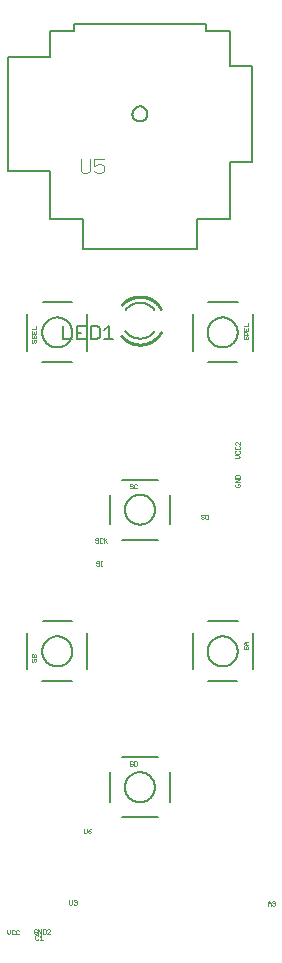
<source format=gto>
G75*
%MOIN*%
%OFA0B0*%
%FSLAX25Y25*%
%IPPOS*%
%LPD*%
%AMOC8*
5,1,8,0,0,1.08239X$1,22.5*
%
%ADD10C,0.00100*%
%ADD11C,0.00800*%
%ADD12C,0.00600*%
%ADD13C,0.01000*%
%ADD14C,0.00500*%
%ADD15C,0.00400*%
D10*
X0016172Y0019962D02*
X0015672Y0020463D01*
X0015672Y0021464D01*
X0016673Y0021464D02*
X0016673Y0020463D01*
X0016172Y0019962D01*
X0017145Y0020213D02*
X0017395Y0019962D01*
X0017896Y0019962D01*
X0018146Y0020213D01*
X0018618Y0020213D02*
X0018869Y0019962D01*
X0019369Y0019962D01*
X0019619Y0020213D01*
X0019619Y0021213D02*
X0019369Y0021464D01*
X0018869Y0021464D01*
X0018618Y0021213D01*
X0018618Y0020213D01*
X0018146Y0021213D02*
X0017896Y0021464D01*
X0017395Y0021464D01*
X0017145Y0021213D01*
X0017145Y0020213D01*
X0024613Y0020327D02*
X0024863Y0020077D01*
X0025363Y0020077D01*
X0025614Y0020327D01*
X0025614Y0020828D01*
X0025113Y0020828D01*
X0024613Y0021328D02*
X0024613Y0020327D01*
X0024613Y0021328D02*
X0024863Y0021579D01*
X0025363Y0021579D01*
X0025614Y0021328D01*
X0026086Y0021579D02*
X0027087Y0020077D01*
X0027087Y0021579D01*
X0027559Y0021579D02*
X0028310Y0021579D01*
X0028560Y0021328D01*
X0028560Y0020327D01*
X0028310Y0020077D01*
X0027559Y0020077D01*
X0027559Y0021579D01*
X0026086Y0021579D02*
X0026086Y0020077D01*
X0025869Y0019580D02*
X0025369Y0019580D01*
X0025119Y0019330D01*
X0025119Y0018329D01*
X0025369Y0018079D01*
X0025869Y0018079D01*
X0026119Y0018329D01*
X0026592Y0018079D02*
X0027593Y0018079D01*
X0027092Y0018079D02*
X0027092Y0019580D01*
X0026592Y0019080D01*
X0026119Y0019330D02*
X0025869Y0019580D01*
X0029033Y0020077D02*
X0030033Y0021078D01*
X0030033Y0021328D01*
X0029783Y0021579D01*
X0029283Y0021579D01*
X0029033Y0021328D01*
X0029033Y0020077D02*
X0030033Y0020077D01*
X0036584Y0029844D02*
X0037084Y0029844D01*
X0037334Y0030095D01*
X0037334Y0031346D01*
X0037807Y0031096D02*
X0038057Y0031346D01*
X0038557Y0031346D01*
X0038808Y0031096D01*
X0038808Y0030845D01*
X0038557Y0030595D01*
X0038808Y0030345D01*
X0038808Y0030095D01*
X0038557Y0029844D01*
X0038057Y0029844D01*
X0037807Y0030095D01*
X0038307Y0030595D02*
X0038557Y0030595D01*
X0036584Y0029844D02*
X0036334Y0030095D01*
X0036334Y0031346D01*
X0041416Y0053707D02*
X0041916Y0053707D01*
X0042166Y0053957D01*
X0042166Y0055208D01*
X0042639Y0054458D02*
X0043389Y0054458D01*
X0043640Y0054207D01*
X0043640Y0053957D01*
X0043389Y0053707D01*
X0042889Y0053707D01*
X0042639Y0053957D01*
X0042639Y0054458D01*
X0043139Y0054958D01*
X0043640Y0055208D01*
X0041165Y0055208D02*
X0041165Y0053957D01*
X0041416Y0053707D01*
X0056744Y0076063D02*
X0056494Y0076314D01*
X0056744Y0076063D02*
X0057245Y0076063D01*
X0057495Y0076314D01*
X0057495Y0076564D01*
X0057245Y0076814D01*
X0056744Y0076814D01*
X0056494Y0077064D01*
X0056494Y0077314D01*
X0056744Y0077565D01*
X0057245Y0077565D01*
X0057495Y0077314D01*
X0057967Y0077565D02*
X0058718Y0077565D01*
X0058968Y0077314D01*
X0058968Y0076314D01*
X0058718Y0076063D01*
X0057967Y0076063D01*
X0057967Y0077565D01*
X0025085Y0110839D02*
X0025335Y0111089D01*
X0025335Y0111590D01*
X0025085Y0111840D01*
X0024835Y0111840D01*
X0024584Y0111590D01*
X0024584Y0111089D01*
X0024334Y0110839D01*
X0024084Y0110839D01*
X0023834Y0111089D01*
X0023834Y0111590D01*
X0024084Y0111840D01*
X0023834Y0112312D02*
X0025335Y0112312D01*
X0025335Y0113063D01*
X0025085Y0113313D01*
X0024835Y0113313D01*
X0024584Y0113063D01*
X0024584Y0112312D01*
X0023834Y0112312D02*
X0023834Y0113063D01*
X0024084Y0113313D01*
X0024334Y0113313D01*
X0024584Y0113063D01*
X0045657Y0142870D02*
X0045407Y0143120D01*
X0045657Y0142870D02*
X0046158Y0142870D01*
X0046408Y0143120D01*
X0046408Y0143370D01*
X0046158Y0143620D01*
X0045657Y0143620D01*
X0045407Y0143870D01*
X0045407Y0144121D01*
X0045657Y0144371D01*
X0046158Y0144371D01*
X0046408Y0144121D01*
X0046880Y0144371D02*
X0047381Y0144371D01*
X0047130Y0144371D02*
X0047130Y0142870D01*
X0046880Y0142870D02*
X0047381Y0142870D01*
X0047302Y0150487D02*
X0047552Y0150737D01*
X0047302Y0150487D02*
X0046801Y0150487D01*
X0046551Y0150737D01*
X0046551Y0151738D01*
X0046801Y0151988D01*
X0047302Y0151988D01*
X0047552Y0151738D01*
X0048024Y0151988D02*
X0048024Y0150487D01*
X0048024Y0150987D02*
X0049025Y0151988D01*
X0048274Y0151238D02*
X0049025Y0150487D01*
X0046079Y0150737D02*
X0045828Y0150487D01*
X0045328Y0150487D01*
X0045078Y0150737D01*
X0045328Y0151238D02*
X0045828Y0151238D01*
X0046079Y0150987D01*
X0046079Y0150737D01*
X0045328Y0151238D02*
X0045078Y0151488D01*
X0045078Y0151738D01*
X0045328Y0151988D01*
X0045828Y0151988D01*
X0046079Y0151738D01*
X0056744Y0168583D02*
X0056494Y0168833D01*
X0056744Y0168583D02*
X0057245Y0168583D01*
X0057495Y0168833D01*
X0057495Y0169083D01*
X0057245Y0169334D01*
X0056744Y0169334D01*
X0056494Y0169584D01*
X0056494Y0169834D01*
X0056744Y0170084D01*
X0057245Y0170084D01*
X0057495Y0169834D01*
X0057967Y0169834D02*
X0057967Y0168833D01*
X0058218Y0168583D01*
X0058718Y0168583D01*
X0058968Y0168833D01*
X0058968Y0169834D02*
X0058718Y0170084D01*
X0058218Y0170084D01*
X0057967Y0169834D01*
X0080271Y0159562D02*
X0080271Y0159312D01*
X0080521Y0159062D01*
X0081022Y0159062D01*
X0081272Y0158811D01*
X0081272Y0158561D01*
X0081022Y0158311D01*
X0080521Y0158311D01*
X0080271Y0158561D01*
X0080271Y0159562D02*
X0080521Y0159812D01*
X0081022Y0159812D01*
X0081272Y0159562D01*
X0081744Y0159562D02*
X0081744Y0158561D01*
X0081994Y0158311D01*
X0082495Y0158311D01*
X0082745Y0158561D01*
X0082745Y0159562D01*
X0082495Y0159812D01*
X0081994Y0159812D01*
X0081744Y0159562D01*
X0091764Y0169337D02*
X0092014Y0169086D01*
X0093015Y0169086D01*
X0093266Y0169337D01*
X0093266Y0169837D01*
X0093015Y0170087D01*
X0092515Y0170087D01*
X0092515Y0169587D01*
X0092014Y0170087D02*
X0091764Y0169837D01*
X0091764Y0169337D01*
X0091764Y0170560D02*
X0093266Y0171560D01*
X0091764Y0171560D01*
X0091764Y0172033D02*
X0091764Y0172784D01*
X0092014Y0173034D01*
X0093015Y0173034D01*
X0093266Y0172784D01*
X0093266Y0172033D01*
X0091764Y0172033D01*
X0091764Y0170560D02*
X0093266Y0170560D01*
X0092693Y0178679D02*
X0091692Y0178679D01*
X0091692Y0179679D02*
X0092693Y0179679D01*
X0093193Y0179179D01*
X0092693Y0178679D01*
X0092943Y0180152D02*
X0093193Y0180402D01*
X0093193Y0180902D01*
X0092943Y0181153D01*
X0092943Y0181625D02*
X0093193Y0181875D01*
X0093193Y0182376D01*
X0092943Y0182626D01*
X0093193Y0183098D02*
X0092192Y0184099D01*
X0091942Y0184099D01*
X0091692Y0183849D01*
X0091692Y0183348D01*
X0091942Y0183098D01*
X0091942Y0182626D02*
X0091692Y0182376D01*
X0091692Y0181875D01*
X0091942Y0181625D01*
X0092943Y0181625D01*
X0091942Y0181153D02*
X0091692Y0180902D01*
X0091692Y0180402D01*
X0091942Y0180152D01*
X0092943Y0180152D01*
X0093193Y0183098D02*
X0093193Y0184099D01*
X0094802Y0218245D02*
X0095052Y0218245D01*
X0095303Y0218495D01*
X0095303Y0218996D01*
X0095553Y0219246D01*
X0095803Y0219246D01*
X0096053Y0218996D01*
X0096053Y0218495D01*
X0095803Y0218245D01*
X0094802Y0218245D02*
X0094552Y0218495D01*
X0094552Y0218996D01*
X0094802Y0219246D01*
X0094552Y0219718D02*
X0094552Y0220469D01*
X0094802Y0220719D01*
X0095303Y0220719D01*
X0095553Y0220469D01*
X0095553Y0219718D01*
X0096053Y0219718D02*
X0094552Y0219718D01*
X0095553Y0220219D02*
X0096053Y0220719D01*
X0096053Y0221192D02*
X0096053Y0222193D01*
X0096053Y0222665D02*
X0096053Y0223666D01*
X0096053Y0222665D02*
X0094552Y0222665D01*
X0094552Y0222193D02*
X0094552Y0221192D01*
X0096053Y0221192D01*
X0095303Y0221192D02*
X0095303Y0221692D01*
X0025335Y0221558D02*
X0025335Y0222559D01*
X0025335Y0221558D02*
X0023834Y0221558D01*
X0023834Y0221086D02*
X0023834Y0220085D01*
X0025335Y0220085D01*
X0025335Y0221086D01*
X0024584Y0220585D02*
X0024584Y0220085D01*
X0024835Y0219612D02*
X0025085Y0219612D01*
X0025335Y0219362D01*
X0025335Y0218862D01*
X0025085Y0218611D01*
X0025085Y0218139D02*
X0025335Y0217889D01*
X0025335Y0217388D01*
X0025085Y0217138D01*
X0024584Y0217388D02*
X0024584Y0217889D01*
X0024835Y0218139D01*
X0025085Y0218139D01*
X0024584Y0218862D02*
X0024584Y0219362D01*
X0024835Y0219612D01*
X0024084Y0219612D02*
X0023834Y0219362D01*
X0023834Y0218862D01*
X0024084Y0218611D01*
X0024334Y0218611D01*
X0024584Y0218862D01*
X0024084Y0218139D02*
X0023834Y0217889D01*
X0023834Y0217388D01*
X0024084Y0217138D01*
X0024334Y0217138D01*
X0024584Y0217388D01*
X0095052Y0117367D02*
X0096053Y0117367D01*
X0095303Y0117367D02*
X0095303Y0116366D01*
X0095052Y0116366D02*
X0094552Y0116866D01*
X0095052Y0117367D01*
X0095052Y0116366D02*
X0096053Y0116366D01*
X0095803Y0115893D02*
X0096053Y0115643D01*
X0096053Y0115143D01*
X0095803Y0114892D01*
X0095303Y0115143D02*
X0095303Y0115643D01*
X0095553Y0115893D01*
X0095803Y0115893D01*
X0095303Y0115143D02*
X0095052Y0114892D01*
X0094802Y0114892D01*
X0094552Y0115143D01*
X0094552Y0115643D01*
X0094802Y0115893D01*
X0102985Y0030993D02*
X0103486Y0030492D01*
X0103486Y0029491D01*
X0103958Y0029742D02*
X0104208Y0029491D01*
X0104709Y0029491D01*
X0104959Y0029742D01*
X0104959Y0029992D01*
X0104709Y0030242D01*
X0104459Y0030242D01*
X0104709Y0030242D02*
X0104959Y0030492D01*
X0104959Y0030742D01*
X0104709Y0030993D01*
X0104208Y0030993D01*
X0103958Y0030742D01*
X0103486Y0030242D02*
X0102485Y0030242D01*
X0102485Y0030492D02*
X0102985Y0030993D01*
X0102485Y0030492D02*
X0102485Y0029491D01*
D11*
X0066007Y0059013D02*
X0053881Y0059013D01*
X0049944Y0064131D02*
X0049944Y0074013D01*
X0053881Y0079013D02*
X0066007Y0079013D01*
X0069944Y0073895D02*
X0069944Y0064131D01*
X0054944Y0069013D02*
X0054946Y0069154D01*
X0054952Y0069295D01*
X0054962Y0069435D01*
X0054976Y0069575D01*
X0054994Y0069715D01*
X0055015Y0069854D01*
X0055041Y0069993D01*
X0055070Y0070131D01*
X0055104Y0070267D01*
X0055141Y0070403D01*
X0055182Y0070538D01*
X0055227Y0070672D01*
X0055276Y0070804D01*
X0055328Y0070935D01*
X0055384Y0071064D01*
X0055444Y0071191D01*
X0055507Y0071317D01*
X0055573Y0071441D01*
X0055644Y0071564D01*
X0055717Y0071684D01*
X0055794Y0071802D01*
X0055874Y0071918D01*
X0055958Y0072031D01*
X0056044Y0072142D01*
X0056134Y0072251D01*
X0056227Y0072357D01*
X0056322Y0072460D01*
X0056421Y0072561D01*
X0056522Y0072659D01*
X0056626Y0072754D01*
X0056733Y0072846D01*
X0056842Y0072935D01*
X0056954Y0073020D01*
X0057068Y0073103D01*
X0057184Y0073183D01*
X0057303Y0073259D01*
X0057424Y0073331D01*
X0057546Y0073401D01*
X0057671Y0073466D01*
X0057797Y0073529D01*
X0057925Y0073587D01*
X0058055Y0073642D01*
X0058186Y0073694D01*
X0058319Y0073741D01*
X0058453Y0073785D01*
X0058588Y0073826D01*
X0058724Y0073862D01*
X0058861Y0073894D01*
X0058999Y0073923D01*
X0059137Y0073948D01*
X0059277Y0073968D01*
X0059417Y0073985D01*
X0059557Y0073998D01*
X0059698Y0074007D01*
X0059838Y0074012D01*
X0059979Y0074013D01*
X0060120Y0074010D01*
X0060261Y0074003D01*
X0060401Y0073992D01*
X0060541Y0073977D01*
X0060681Y0073958D01*
X0060820Y0073936D01*
X0060958Y0073909D01*
X0061096Y0073879D01*
X0061232Y0073844D01*
X0061368Y0073806D01*
X0061502Y0073764D01*
X0061636Y0073718D01*
X0061768Y0073669D01*
X0061898Y0073615D01*
X0062027Y0073558D01*
X0062154Y0073498D01*
X0062280Y0073434D01*
X0062403Y0073366D01*
X0062525Y0073295D01*
X0062645Y0073221D01*
X0062762Y0073143D01*
X0062877Y0073062D01*
X0062990Y0072978D01*
X0063101Y0072891D01*
X0063209Y0072800D01*
X0063314Y0072707D01*
X0063417Y0072610D01*
X0063517Y0072511D01*
X0063614Y0072409D01*
X0063708Y0072304D01*
X0063799Y0072197D01*
X0063887Y0072087D01*
X0063972Y0071975D01*
X0064054Y0071860D01*
X0064133Y0071743D01*
X0064208Y0071624D01*
X0064280Y0071503D01*
X0064348Y0071380D01*
X0064413Y0071255D01*
X0064475Y0071128D01*
X0064532Y0070999D01*
X0064587Y0070869D01*
X0064637Y0070738D01*
X0064684Y0070605D01*
X0064727Y0070471D01*
X0064766Y0070335D01*
X0064801Y0070199D01*
X0064833Y0070062D01*
X0064860Y0069924D01*
X0064884Y0069785D01*
X0064904Y0069645D01*
X0064920Y0069505D01*
X0064932Y0069365D01*
X0064940Y0069224D01*
X0064944Y0069083D01*
X0064944Y0068943D01*
X0064940Y0068802D01*
X0064932Y0068661D01*
X0064920Y0068521D01*
X0064904Y0068381D01*
X0064884Y0068241D01*
X0064860Y0068102D01*
X0064833Y0067964D01*
X0064801Y0067827D01*
X0064766Y0067691D01*
X0064727Y0067555D01*
X0064684Y0067421D01*
X0064637Y0067288D01*
X0064587Y0067157D01*
X0064532Y0067027D01*
X0064475Y0066898D01*
X0064413Y0066771D01*
X0064348Y0066646D01*
X0064280Y0066523D01*
X0064208Y0066402D01*
X0064133Y0066283D01*
X0064054Y0066166D01*
X0063972Y0066051D01*
X0063887Y0065939D01*
X0063799Y0065829D01*
X0063708Y0065722D01*
X0063614Y0065617D01*
X0063517Y0065515D01*
X0063417Y0065416D01*
X0063314Y0065319D01*
X0063209Y0065226D01*
X0063101Y0065135D01*
X0062990Y0065048D01*
X0062877Y0064964D01*
X0062762Y0064883D01*
X0062645Y0064805D01*
X0062525Y0064731D01*
X0062403Y0064660D01*
X0062280Y0064592D01*
X0062154Y0064528D01*
X0062027Y0064468D01*
X0061898Y0064411D01*
X0061768Y0064357D01*
X0061636Y0064308D01*
X0061502Y0064262D01*
X0061368Y0064220D01*
X0061232Y0064182D01*
X0061096Y0064147D01*
X0060958Y0064117D01*
X0060820Y0064090D01*
X0060681Y0064068D01*
X0060541Y0064049D01*
X0060401Y0064034D01*
X0060261Y0064023D01*
X0060120Y0064016D01*
X0059979Y0064013D01*
X0059838Y0064014D01*
X0059698Y0064019D01*
X0059557Y0064028D01*
X0059417Y0064041D01*
X0059277Y0064058D01*
X0059137Y0064078D01*
X0058999Y0064103D01*
X0058861Y0064132D01*
X0058724Y0064164D01*
X0058588Y0064200D01*
X0058453Y0064241D01*
X0058319Y0064285D01*
X0058186Y0064332D01*
X0058055Y0064384D01*
X0057925Y0064439D01*
X0057797Y0064497D01*
X0057671Y0064560D01*
X0057546Y0064625D01*
X0057424Y0064695D01*
X0057303Y0064767D01*
X0057184Y0064843D01*
X0057068Y0064923D01*
X0056954Y0065006D01*
X0056842Y0065091D01*
X0056733Y0065180D01*
X0056626Y0065272D01*
X0056522Y0065367D01*
X0056421Y0065465D01*
X0056322Y0065566D01*
X0056227Y0065669D01*
X0056134Y0065775D01*
X0056044Y0065884D01*
X0055958Y0065995D01*
X0055874Y0066108D01*
X0055794Y0066224D01*
X0055717Y0066342D01*
X0055644Y0066462D01*
X0055573Y0066585D01*
X0055507Y0066709D01*
X0055444Y0066835D01*
X0055384Y0066962D01*
X0055328Y0067091D01*
X0055276Y0067222D01*
X0055227Y0067354D01*
X0055182Y0067488D01*
X0055141Y0067623D01*
X0055104Y0067759D01*
X0055070Y0067895D01*
X0055041Y0068033D01*
X0055015Y0068172D01*
X0054994Y0068311D01*
X0054976Y0068451D01*
X0054962Y0068591D01*
X0054952Y0068731D01*
X0054946Y0068872D01*
X0054944Y0069013D01*
X0037267Y0104289D02*
X0027385Y0104289D01*
X0022385Y0108226D02*
X0022385Y0120352D01*
X0027503Y0124289D02*
X0037267Y0124289D01*
X0042385Y0120352D02*
X0042385Y0108226D01*
X0027385Y0114289D02*
X0027387Y0114430D01*
X0027393Y0114571D01*
X0027403Y0114711D01*
X0027417Y0114851D01*
X0027435Y0114991D01*
X0027456Y0115130D01*
X0027482Y0115269D01*
X0027511Y0115407D01*
X0027545Y0115543D01*
X0027582Y0115679D01*
X0027623Y0115814D01*
X0027668Y0115948D01*
X0027717Y0116080D01*
X0027769Y0116211D01*
X0027825Y0116340D01*
X0027885Y0116467D01*
X0027948Y0116593D01*
X0028014Y0116717D01*
X0028085Y0116840D01*
X0028158Y0116960D01*
X0028235Y0117078D01*
X0028315Y0117194D01*
X0028399Y0117307D01*
X0028485Y0117418D01*
X0028575Y0117527D01*
X0028668Y0117633D01*
X0028763Y0117736D01*
X0028862Y0117837D01*
X0028963Y0117935D01*
X0029067Y0118030D01*
X0029174Y0118122D01*
X0029283Y0118211D01*
X0029395Y0118296D01*
X0029509Y0118379D01*
X0029625Y0118459D01*
X0029744Y0118535D01*
X0029865Y0118607D01*
X0029987Y0118677D01*
X0030112Y0118742D01*
X0030238Y0118805D01*
X0030366Y0118863D01*
X0030496Y0118918D01*
X0030627Y0118970D01*
X0030760Y0119017D01*
X0030894Y0119061D01*
X0031029Y0119102D01*
X0031165Y0119138D01*
X0031302Y0119170D01*
X0031440Y0119199D01*
X0031578Y0119224D01*
X0031718Y0119244D01*
X0031858Y0119261D01*
X0031998Y0119274D01*
X0032139Y0119283D01*
X0032279Y0119288D01*
X0032420Y0119289D01*
X0032561Y0119286D01*
X0032702Y0119279D01*
X0032842Y0119268D01*
X0032982Y0119253D01*
X0033122Y0119234D01*
X0033261Y0119212D01*
X0033399Y0119185D01*
X0033537Y0119155D01*
X0033673Y0119120D01*
X0033809Y0119082D01*
X0033943Y0119040D01*
X0034077Y0118994D01*
X0034209Y0118945D01*
X0034339Y0118891D01*
X0034468Y0118834D01*
X0034595Y0118774D01*
X0034721Y0118710D01*
X0034844Y0118642D01*
X0034966Y0118571D01*
X0035086Y0118497D01*
X0035203Y0118419D01*
X0035318Y0118338D01*
X0035431Y0118254D01*
X0035542Y0118167D01*
X0035650Y0118076D01*
X0035755Y0117983D01*
X0035858Y0117886D01*
X0035958Y0117787D01*
X0036055Y0117685D01*
X0036149Y0117580D01*
X0036240Y0117473D01*
X0036328Y0117363D01*
X0036413Y0117251D01*
X0036495Y0117136D01*
X0036574Y0117019D01*
X0036649Y0116900D01*
X0036721Y0116779D01*
X0036789Y0116656D01*
X0036854Y0116531D01*
X0036916Y0116404D01*
X0036973Y0116275D01*
X0037028Y0116145D01*
X0037078Y0116014D01*
X0037125Y0115881D01*
X0037168Y0115747D01*
X0037207Y0115611D01*
X0037242Y0115475D01*
X0037274Y0115338D01*
X0037301Y0115200D01*
X0037325Y0115061D01*
X0037345Y0114921D01*
X0037361Y0114781D01*
X0037373Y0114641D01*
X0037381Y0114500D01*
X0037385Y0114359D01*
X0037385Y0114219D01*
X0037381Y0114078D01*
X0037373Y0113937D01*
X0037361Y0113797D01*
X0037345Y0113657D01*
X0037325Y0113517D01*
X0037301Y0113378D01*
X0037274Y0113240D01*
X0037242Y0113103D01*
X0037207Y0112967D01*
X0037168Y0112831D01*
X0037125Y0112697D01*
X0037078Y0112564D01*
X0037028Y0112433D01*
X0036973Y0112303D01*
X0036916Y0112174D01*
X0036854Y0112047D01*
X0036789Y0111922D01*
X0036721Y0111799D01*
X0036649Y0111678D01*
X0036574Y0111559D01*
X0036495Y0111442D01*
X0036413Y0111327D01*
X0036328Y0111215D01*
X0036240Y0111105D01*
X0036149Y0110998D01*
X0036055Y0110893D01*
X0035958Y0110791D01*
X0035858Y0110692D01*
X0035755Y0110595D01*
X0035650Y0110502D01*
X0035542Y0110411D01*
X0035431Y0110324D01*
X0035318Y0110240D01*
X0035203Y0110159D01*
X0035086Y0110081D01*
X0034966Y0110007D01*
X0034844Y0109936D01*
X0034721Y0109868D01*
X0034595Y0109804D01*
X0034468Y0109744D01*
X0034339Y0109687D01*
X0034209Y0109633D01*
X0034077Y0109584D01*
X0033943Y0109538D01*
X0033809Y0109496D01*
X0033673Y0109458D01*
X0033537Y0109423D01*
X0033399Y0109393D01*
X0033261Y0109366D01*
X0033122Y0109344D01*
X0032982Y0109325D01*
X0032842Y0109310D01*
X0032702Y0109299D01*
X0032561Y0109292D01*
X0032420Y0109289D01*
X0032279Y0109290D01*
X0032139Y0109295D01*
X0031998Y0109304D01*
X0031858Y0109317D01*
X0031718Y0109334D01*
X0031578Y0109354D01*
X0031440Y0109379D01*
X0031302Y0109408D01*
X0031165Y0109440D01*
X0031029Y0109476D01*
X0030894Y0109517D01*
X0030760Y0109561D01*
X0030627Y0109608D01*
X0030496Y0109660D01*
X0030366Y0109715D01*
X0030238Y0109773D01*
X0030112Y0109836D01*
X0029987Y0109901D01*
X0029865Y0109971D01*
X0029744Y0110043D01*
X0029625Y0110119D01*
X0029509Y0110199D01*
X0029395Y0110282D01*
X0029283Y0110367D01*
X0029174Y0110456D01*
X0029067Y0110548D01*
X0028963Y0110643D01*
X0028862Y0110741D01*
X0028763Y0110842D01*
X0028668Y0110945D01*
X0028575Y0111051D01*
X0028485Y0111160D01*
X0028399Y0111271D01*
X0028315Y0111384D01*
X0028235Y0111500D01*
X0028158Y0111618D01*
X0028085Y0111738D01*
X0028014Y0111861D01*
X0027948Y0111985D01*
X0027885Y0112111D01*
X0027825Y0112238D01*
X0027769Y0112367D01*
X0027717Y0112498D01*
X0027668Y0112630D01*
X0027623Y0112764D01*
X0027582Y0112899D01*
X0027545Y0113035D01*
X0027511Y0113171D01*
X0027482Y0113309D01*
X0027456Y0113448D01*
X0027435Y0113587D01*
X0027417Y0113727D01*
X0027403Y0113867D01*
X0027393Y0114007D01*
X0027387Y0114148D01*
X0027385Y0114289D01*
X0053881Y0151533D02*
X0066007Y0151533D01*
X0069944Y0156651D02*
X0069944Y0166415D01*
X0066007Y0171533D02*
X0053881Y0171533D01*
X0049944Y0166533D02*
X0049944Y0156651D01*
X0054944Y0161533D02*
X0054946Y0161674D01*
X0054952Y0161815D01*
X0054962Y0161955D01*
X0054976Y0162095D01*
X0054994Y0162235D01*
X0055015Y0162374D01*
X0055041Y0162513D01*
X0055070Y0162651D01*
X0055104Y0162787D01*
X0055141Y0162923D01*
X0055182Y0163058D01*
X0055227Y0163192D01*
X0055276Y0163324D01*
X0055328Y0163455D01*
X0055384Y0163584D01*
X0055444Y0163711D01*
X0055507Y0163837D01*
X0055573Y0163961D01*
X0055644Y0164084D01*
X0055717Y0164204D01*
X0055794Y0164322D01*
X0055874Y0164438D01*
X0055958Y0164551D01*
X0056044Y0164662D01*
X0056134Y0164771D01*
X0056227Y0164877D01*
X0056322Y0164980D01*
X0056421Y0165081D01*
X0056522Y0165179D01*
X0056626Y0165274D01*
X0056733Y0165366D01*
X0056842Y0165455D01*
X0056954Y0165540D01*
X0057068Y0165623D01*
X0057184Y0165703D01*
X0057303Y0165779D01*
X0057424Y0165851D01*
X0057546Y0165921D01*
X0057671Y0165986D01*
X0057797Y0166049D01*
X0057925Y0166107D01*
X0058055Y0166162D01*
X0058186Y0166214D01*
X0058319Y0166261D01*
X0058453Y0166305D01*
X0058588Y0166346D01*
X0058724Y0166382D01*
X0058861Y0166414D01*
X0058999Y0166443D01*
X0059137Y0166468D01*
X0059277Y0166488D01*
X0059417Y0166505D01*
X0059557Y0166518D01*
X0059698Y0166527D01*
X0059838Y0166532D01*
X0059979Y0166533D01*
X0060120Y0166530D01*
X0060261Y0166523D01*
X0060401Y0166512D01*
X0060541Y0166497D01*
X0060681Y0166478D01*
X0060820Y0166456D01*
X0060958Y0166429D01*
X0061096Y0166399D01*
X0061232Y0166364D01*
X0061368Y0166326D01*
X0061502Y0166284D01*
X0061636Y0166238D01*
X0061768Y0166189D01*
X0061898Y0166135D01*
X0062027Y0166078D01*
X0062154Y0166018D01*
X0062280Y0165954D01*
X0062403Y0165886D01*
X0062525Y0165815D01*
X0062645Y0165741D01*
X0062762Y0165663D01*
X0062877Y0165582D01*
X0062990Y0165498D01*
X0063101Y0165411D01*
X0063209Y0165320D01*
X0063314Y0165227D01*
X0063417Y0165130D01*
X0063517Y0165031D01*
X0063614Y0164929D01*
X0063708Y0164824D01*
X0063799Y0164717D01*
X0063887Y0164607D01*
X0063972Y0164495D01*
X0064054Y0164380D01*
X0064133Y0164263D01*
X0064208Y0164144D01*
X0064280Y0164023D01*
X0064348Y0163900D01*
X0064413Y0163775D01*
X0064475Y0163648D01*
X0064532Y0163519D01*
X0064587Y0163389D01*
X0064637Y0163258D01*
X0064684Y0163125D01*
X0064727Y0162991D01*
X0064766Y0162855D01*
X0064801Y0162719D01*
X0064833Y0162582D01*
X0064860Y0162444D01*
X0064884Y0162305D01*
X0064904Y0162165D01*
X0064920Y0162025D01*
X0064932Y0161885D01*
X0064940Y0161744D01*
X0064944Y0161603D01*
X0064944Y0161463D01*
X0064940Y0161322D01*
X0064932Y0161181D01*
X0064920Y0161041D01*
X0064904Y0160901D01*
X0064884Y0160761D01*
X0064860Y0160622D01*
X0064833Y0160484D01*
X0064801Y0160347D01*
X0064766Y0160211D01*
X0064727Y0160075D01*
X0064684Y0159941D01*
X0064637Y0159808D01*
X0064587Y0159677D01*
X0064532Y0159547D01*
X0064475Y0159418D01*
X0064413Y0159291D01*
X0064348Y0159166D01*
X0064280Y0159043D01*
X0064208Y0158922D01*
X0064133Y0158803D01*
X0064054Y0158686D01*
X0063972Y0158571D01*
X0063887Y0158459D01*
X0063799Y0158349D01*
X0063708Y0158242D01*
X0063614Y0158137D01*
X0063517Y0158035D01*
X0063417Y0157936D01*
X0063314Y0157839D01*
X0063209Y0157746D01*
X0063101Y0157655D01*
X0062990Y0157568D01*
X0062877Y0157484D01*
X0062762Y0157403D01*
X0062645Y0157325D01*
X0062525Y0157251D01*
X0062403Y0157180D01*
X0062280Y0157112D01*
X0062154Y0157048D01*
X0062027Y0156988D01*
X0061898Y0156931D01*
X0061768Y0156877D01*
X0061636Y0156828D01*
X0061502Y0156782D01*
X0061368Y0156740D01*
X0061232Y0156702D01*
X0061096Y0156667D01*
X0060958Y0156637D01*
X0060820Y0156610D01*
X0060681Y0156588D01*
X0060541Y0156569D01*
X0060401Y0156554D01*
X0060261Y0156543D01*
X0060120Y0156536D01*
X0059979Y0156533D01*
X0059838Y0156534D01*
X0059698Y0156539D01*
X0059557Y0156548D01*
X0059417Y0156561D01*
X0059277Y0156578D01*
X0059137Y0156598D01*
X0058999Y0156623D01*
X0058861Y0156652D01*
X0058724Y0156684D01*
X0058588Y0156720D01*
X0058453Y0156761D01*
X0058319Y0156805D01*
X0058186Y0156852D01*
X0058055Y0156904D01*
X0057925Y0156959D01*
X0057797Y0157017D01*
X0057671Y0157080D01*
X0057546Y0157145D01*
X0057424Y0157215D01*
X0057303Y0157287D01*
X0057184Y0157363D01*
X0057068Y0157443D01*
X0056954Y0157526D01*
X0056842Y0157611D01*
X0056733Y0157700D01*
X0056626Y0157792D01*
X0056522Y0157887D01*
X0056421Y0157985D01*
X0056322Y0158086D01*
X0056227Y0158189D01*
X0056134Y0158295D01*
X0056044Y0158404D01*
X0055958Y0158515D01*
X0055874Y0158628D01*
X0055794Y0158744D01*
X0055717Y0158862D01*
X0055644Y0158982D01*
X0055573Y0159105D01*
X0055507Y0159229D01*
X0055444Y0159355D01*
X0055384Y0159482D01*
X0055328Y0159611D01*
X0055276Y0159742D01*
X0055227Y0159874D01*
X0055182Y0160008D01*
X0055141Y0160143D01*
X0055104Y0160279D01*
X0055070Y0160415D01*
X0055041Y0160553D01*
X0055015Y0160692D01*
X0054994Y0160831D01*
X0054976Y0160971D01*
X0054962Y0161111D01*
X0054952Y0161251D01*
X0054946Y0161392D01*
X0054944Y0161533D01*
X0082621Y0124289D02*
X0092503Y0124289D01*
X0097503Y0120352D02*
X0097503Y0108226D01*
X0092385Y0104289D02*
X0082621Y0104289D01*
X0077503Y0108226D02*
X0077503Y0120352D01*
X0082503Y0114289D02*
X0082505Y0114430D01*
X0082511Y0114571D01*
X0082521Y0114711D01*
X0082535Y0114851D01*
X0082553Y0114991D01*
X0082574Y0115130D01*
X0082600Y0115269D01*
X0082629Y0115407D01*
X0082663Y0115543D01*
X0082700Y0115679D01*
X0082741Y0115814D01*
X0082786Y0115948D01*
X0082835Y0116080D01*
X0082887Y0116211D01*
X0082943Y0116340D01*
X0083003Y0116467D01*
X0083066Y0116593D01*
X0083132Y0116717D01*
X0083203Y0116840D01*
X0083276Y0116960D01*
X0083353Y0117078D01*
X0083433Y0117194D01*
X0083517Y0117307D01*
X0083603Y0117418D01*
X0083693Y0117527D01*
X0083786Y0117633D01*
X0083881Y0117736D01*
X0083980Y0117837D01*
X0084081Y0117935D01*
X0084185Y0118030D01*
X0084292Y0118122D01*
X0084401Y0118211D01*
X0084513Y0118296D01*
X0084627Y0118379D01*
X0084743Y0118459D01*
X0084862Y0118535D01*
X0084983Y0118607D01*
X0085105Y0118677D01*
X0085230Y0118742D01*
X0085356Y0118805D01*
X0085484Y0118863D01*
X0085614Y0118918D01*
X0085745Y0118970D01*
X0085878Y0119017D01*
X0086012Y0119061D01*
X0086147Y0119102D01*
X0086283Y0119138D01*
X0086420Y0119170D01*
X0086558Y0119199D01*
X0086696Y0119224D01*
X0086836Y0119244D01*
X0086976Y0119261D01*
X0087116Y0119274D01*
X0087257Y0119283D01*
X0087397Y0119288D01*
X0087538Y0119289D01*
X0087679Y0119286D01*
X0087820Y0119279D01*
X0087960Y0119268D01*
X0088100Y0119253D01*
X0088240Y0119234D01*
X0088379Y0119212D01*
X0088517Y0119185D01*
X0088655Y0119155D01*
X0088791Y0119120D01*
X0088927Y0119082D01*
X0089061Y0119040D01*
X0089195Y0118994D01*
X0089327Y0118945D01*
X0089457Y0118891D01*
X0089586Y0118834D01*
X0089713Y0118774D01*
X0089839Y0118710D01*
X0089962Y0118642D01*
X0090084Y0118571D01*
X0090204Y0118497D01*
X0090321Y0118419D01*
X0090436Y0118338D01*
X0090549Y0118254D01*
X0090660Y0118167D01*
X0090768Y0118076D01*
X0090873Y0117983D01*
X0090976Y0117886D01*
X0091076Y0117787D01*
X0091173Y0117685D01*
X0091267Y0117580D01*
X0091358Y0117473D01*
X0091446Y0117363D01*
X0091531Y0117251D01*
X0091613Y0117136D01*
X0091692Y0117019D01*
X0091767Y0116900D01*
X0091839Y0116779D01*
X0091907Y0116656D01*
X0091972Y0116531D01*
X0092034Y0116404D01*
X0092091Y0116275D01*
X0092146Y0116145D01*
X0092196Y0116014D01*
X0092243Y0115881D01*
X0092286Y0115747D01*
X0092325Y0115611D01*
X0092360Y0115475D01*
X0092392Y0115338D01*
X0092419Y0115200D01*
X0092443Y0115061D01*
X0092463Y0114921D01*
X0092479Y0114781D01*
X0092491Y0114641D01*
X0092499Y0114500D01*
X0092503Y0114359D01*
X0092503Y0114219D01*
X0092499Y0114078D01*
X0092491Y0113937D01*
X0092479Y0113797D01*
X0092463Y0113657D01*
X0092443Y0113517D01*
X0092419Y0113378D01*
X0092392Y0113240D01*
X0092360Y0113103D01*
X0092325Y0112967D01*
X0092286Y0112831D01*
X0092243Y0112697D01*
X0092196Y0112564D01*
X0092146Y0112433D01*
X0092091Y0112303D01*
X0092034Y0112174D01*
X0091972Y0112047D01*
X0091907Y0111922D01*
X0091839Y0111799D01*
X0091767Y0111678D01*
X0091692Y0111559D01*
X0091613Y0111442D01*
X0091531Y0111327D01*
X0091446Y0111215D01*
X0091358Y0111105D01*
X0091267Y0110998D01*
X0091173Y0110893D01*
X0091076Y0110791D01*
X0090976Y0110692D01*
X0090873Y0110595D01*
X0090768Y0110502D01*
X0090660Y0110411D01*
X0090549Y0110324D01*
X0090436Y0110240D01*
X0090321Y0110159D01*
X0090204Y0110081D01*
X0090084Y0110007D01*
X0089962Y0109936D01*
X0089839Y0109868D01*
X0089713Y0109804D01*
X0089586Y0109744D01*
X0089457Y0109687D01*
X0089327Y0109633D01*
X0089195Y0109584D01*
X0089061Y0109538D01*
X0088927Y0109496D01*
X0088791Y0109458D01*
X0088655Y0109423D01*
X0088517Y0109393D01*
X0088379Y0109366D01*
X0088240Y0109344D01*
X0088100Y0109325D01*
X0087960Y0109310D01*
X0087820Y0109299D01*
X0087679Y0109292D01*
X0087538Y0109289D01*
X0087397Y0109290D01*
X0087257Y0109295D01*
X0087116Y0109304D01*
X0086976Y0109317D01*
X0086836Y0109334D01*
X0086696Y0109354D01*
X0086558Y0109379D01*
X0086420Y0109408D01*
X0086283Y0109440D01*
X0086147Y0109476D01*
X0086012Y0109517D01*
X0085878Y0109561D01*
X0085745Y0109608D01*
X0085614Y0109660D01*
X0085484Y0109715D01*
X0085356Y0109773D01*
X0085230Y0109836D01*
X0085105Y0109901D01*
X0084983Y0109971D01*
X0084862Y0110043D01*
X0084743Y0110119D01*
X0084627Y0110199D01*
X0084513Y0110282D01*
X0084401Y0110367D01*
X0084292Y0110456D01*
X0084185Y0110548D01*
X0084081Y0110643D01*
X0083980Y0110741D01*
X0083881Y0110842D01*
X0083786Y0110945D01*
X0083693Y0111051D01*
X0083603Y0111160D01*
X0083517Y0111271D01*
X0083433Y0111384D01*
X0083353Y0111500D01*
X0083276Y0111618D01*
X0083203Y0111738D01*
X0083132Y0111861D01*
X0083066Y0111985D01*
X0083003Y0112111D01*
X0082943Y0112238D01*
X0082887Y0112367D01*
X0082835Y0112498D01*
X0082786Y0112630D01*
X0082741Y0112764D01*
X0082700Y0112899D01*
X0082663Y0113035D01*
X0082629Y0113171D01*
X0082600Y0113309D01*
X0082574Y0113448D01*
X0082553Y0113587D01*
X0082535Y0113727D01*
X0082521Y0113867D01*
X0082511Y0114007D01*
X0082505Y0114148D01*
X0082503Y0114289D01*
X0082621Y0210588D02*
X0092385Y0210588D01*
X0097503Y0214525D02*
X0097503Y0226651D01*
X0092503Y0230588D02*
X0082621Y0230588D01*
X0077503Y0226651D02*
X0077503Y0214525D01*
X0082503Y0220588D02*
X0082505Y0220729D01*
X0082511Y0220870D01*
X0082521Y0221010D01*
X0082535Y0221150D01*
X0082553Y0221290D01*
X0082574Y0221429D01*
X0082600Y0221568D01*
X0082629Y0221706D01*
X0082663Y0221842D01*
X0082700Y0221978D01*
X0082741Y0222113D01*
X0082786Y0222247D01*
X0082835Y0222379D01*
X0082887Y0222510D01*
X0082943Y0222639D01*
X0083003Y0222766D01*
X0083066Y0222892D01*
X0083132Y0223016D01*
X0083203Y0223139D01*
X0083276Y0223259D01*
X0083353Y0223377D01*
X0083433Y0223493D01*
X0083517Y0223606D01*
X0083603Y0223717D01*
X0083693Y0223826D01*
X0083786Y0223932D01*
X0083881Y0224035D01*
X0083980Y0224136D01*
X0084081Y0224234D01*
X0084185Y0224329D01*
X0084292Y0224421D01*
X0084401Y0224510D01*
X0084513Y0224595D01*
X0084627Y0224678D01*
X0084743Y0224758D01*
X0084862Y0224834D01*
X0084983Y0224906D01*
X0085105Y0224976D01*
X0085230Y0225041D01*
X0085356Y0225104D01*
X0085484Y0225162D01*
X0085614Y0225217D01*
X0085745Y0225269D01*
X0085878Y0225316D01*
X0086012Y0225360D01*
X0086147Y0225401D01*
X0086283Y0225437D01*
X0086420Y0225469D01*
X0086558Y0225498D01*
X0086696Y0225523D01*
X0086836Y0225543D01*
X0086976Y0225560D01*
X0087116Y0225573D01*
X0087257Y0225582D01*
X0087397Y0225587D01*
X0087538Y0225588D01*
X0087679Y0225585D01*
X0087820Y0225578D01*
X0087960Y0225567D01*
X0088100Y0225552D01*
X0088240Y0225533D01*
X0088379Y0225511D01*
X0088517Y0225484D01*
X0088655Y0225454D01*
X0088791Y0225419D01*
X0088927Y0225381D01*
X0089061Y0225339D01*
X0089195Y0225293D01*
X0089327Y0225244D01*
X0089457Y0225190D01*
X0089586Y0225133D01*
X0089713Y0225073D01*
X0089839Y0225009D01*
X0089962Y0224941D01*
X0090084Y0224870D01*
X0090204Y0224796D01*
X0090321Y0224718D01*
X0090436Y0224637D01*
X0090549Y0224553D01*
X0090660Y0224466D01*
X0090768Y0224375D01*
X0090873Y0224282D01*
X0090976Y0224185D01*
X0091076Y0224086D01*
X0091173Y0223984D01*
X0091267Y0223879D01*
X0091358Y0223772D01*
X0091446Y0223662D01*
X0091531Y0223550D01*
X0091613Y0223435D01*
X0091692Y0223318D01*
X0091767Y0223199D01*
X0091839Y0223078D01*
X0091907Y0222955D01*
X0091972Y0222830D01*
X0092034Y0222703D01*
X0092091Y0222574D01*
X0092146Y0222444D01*
X0092196Y0222313D01*
X0092243Y0222180D01*
X0092286Y0222046D01*
X0092325Y0221910D01*
X0092360Y0221774D01*
X0092392Y0221637D01*
X0092419Y0221499D01*
X0092443Y0221360D01*
X0092463Y0221220D01*
X0092479Y0221080D01*
X0092491Y0220940D01*
X0092499Y0220799D01*
X0092503Y0220658D01*
X0092503Y0220518D01*
X0092499Y0220377D01*
X0092491Y0220236D01*
X0092479Y0220096D01*
X0092463Y0219956D01*
X0092443Y0219816D01*
X0092419Y0219677D01*
X0092392Y0219539D01*
X0092360Y0219402D01*
X0092325Y0219266D01*
X0092286Y0219130D01*
X0092243Y0218996D01*
X0092196Y0218863D01*
X0092146Y0218732D01*
X0092091Y0218602D01*
X0092034Y0218473D01*
X0091972Y0218346D01*
X0091907Y0218221D01*
X0091839Y0218098D01*
X0091767Y0217977D01*
X0091692Y0217858D01*
X0091613Y0217741D01*
X0091531Y0217626D01*
X0091446Y0217514D01*
X0091358Y0217404D01*
X0091267Y0217297D01*
X0091173Y0217192D01*
X0091076Y0217090D01*
X0090976Y0216991D01*
X0090873Y0216894D01*
X0090768Y0216801D01*
X0090660Y0216710D01*
X0090549Y0216623D01*
X0090436Y0216539D01*
X0090321Y0216458D01*
X0090204Y0216380D01*
X0090084Y0216306D01*
X0089962Y0216235D01*
X0089839Y0216167D01*
X0089713Y0216103D01*
X0089586Y0216043D01*
X0089457Y0215986D01*
X0089327Y0215932D01*
X0089195Y0215883D01*
X0089061Y0215837D01*
X0088927Y0215795D01*
X0088791Y0215757D01*
X0088655Y0215722D01*
X0088517Y0215692D01*
X0088379Y0215665D01*
X0088240Y0215643D01*
X0088100Y0215624D01*
X0087960Y0215609D01*
X0087820Y0215598D01*
X0087679Y0215591D01*
X0087538Y0215588D01*
X0087397Y0215589D01*
X0087257Y0215594D01*
X0087116Y0215603D01*
X0086976Y0215616D01*
X0086836Y0215633D01*
X0086696Y0215653D01*
X0086558Y0215678D01*
X0086420Y0215707D01*
X0086283Y0215739D01*
X0086147Y0215775D01*
X0086012Y0215816D01*
X0085878Y0215860D01*
X0085745Y0215907D01*
X0085614Y0215959D01*
X0085484Y0216014D01*
X0085356Y0216072D01*
X0085230Y0216135D01*
X0085105Y0216200D01*
X0084983Y0216270D01*
X0084862Y0216342D01*
X0084743Y0216418D01*
X0084627Y0216498D01*
X0084513Y0216581D01*
X0084401Y0216666D01*
X0084292Y0216755D01*
X0084185Y0216847D01*
X0084081Y0216942D01*
X0083980Y0217040D01*
X0083881Y0217141D01*
X0083786Y0217244D01*
X0083693Y0217350D01*
X0083603Y0217459D01*
X0083517Y0217570D01*
X0083433Y0217683D01*
X0083353Y0217799D01*
X0083276Y0217917D01*
X0083203Y0218037D01*
X0083132Y0218160D01*
X0083066Y0218284D01*
X0083003Y0218410D01*
X0082943Y0218537D01*
X0082887Y0218666D01*
X0082835Y0218797D01*
X0082786Y0218929D01*
X0082741Y0219063D01*
X0082700Y0219198D01*
X0082663Y0219334D01*
X0082629Y0219470D01*
X0082600Y0219608D01*
X0082574Y0219747D01*
X0082553Y0219886D01*
X0082535Y0220026D01*
X0082521Y0220166D01*
X0082511Y0220306D01*
X0082505Y0220447D01*
X0082503Y0220588D01*
X0078944Y0248423D02*
X0078944Y0258423D01*
X0089944Y0258423D01*
X0089944Y0277423D01*
X0097444Y0277423D01*
X0097444Y0309423D01*
X0089944Y0309423D01*
X0089944Y0320923D01*
X0081944Y0320923D01*
X0081944Y0323423D01*
X0037944Y0323423D01*
X0037944Y0320923D01*
X0029944Y0320923D01*
X0029944Y0312423D01*
X0015944Y0312423D01*
X0015944Y0274423D01*
X0029944Y0274423D01*
X0029944Y0258423D01*
X0040944Y0258423D01*
X0040944Y0248423D01*
X0078944Y0248423D01*
X0042385Y0226651D02*
X0042385Y0214525D01*
X0037267Y0210588D02*
X0027385Y0210588D01*
X0022385Y0214525D02*
X0022385Y0226651D01*
X0027503Y0230588D02*
X0037267Y0230588D01*
X0027385Y0220588D02*
X0027387Y0220729D01*
X0027393Y0220870D01*
X0027403Y0221010D01*
X0027417Y0221150D01*
X0027435Y0221290D01*
X0027456Y0221429D01*
X0027482Y0221568D01*
X0027511Y0221706D01*
X0027545Y0221842D01*
X0027582Y0221978D01*
X0027623Y0222113D01*
X0027668Y0222247D01*
X0027717Y0222379D01*
X0027769Y0222510D01*
X0027825Y0222639D01*
X0027885Y0222766D01*
X0027948Y0222892D01*
X0028014Y0223016D01*
X0028085Y0223139D01*
X0028158Y0223259D01*
X0028235Y0223377D01*
X0028315Y0223493D01*
X0028399Y0223606D01*
X0028485Y0223717D01*
X0028575Y0223826D01*
X0028668Y0223932D01*
X0028763Y0224035D01*
X0028862Y0224136D01*
X0028963Y0224234D01*
X0029067Y0224329D01*
X0029174Y0224421D01*
X0029283Y0224510D01*
X0029395Y0224595D01*
X0029509Y0224678D01*
X0029625Y0224758D01*
X0029744Y0224834D01*
X0029865Y0224906D01*
X0029987Y0224976D01*
X0030112Y0225041D01*
X0030238Y0225104D01*
X0030366Y0225162D01*
X0030496Y0225217D01*
X0030627Y0225269D01*
X0030760Y0225316D01*
X0030894Y0225360D01*
X0031029Y0225401D01*
X0031165Y0225437D01*
X0031302Y0225469D01*
X0031440Y0225498D01*
X0031578Y0225523D01*
X0031718Y0225543D01*
X0031858Y0225560D01*
X0031998Y0225573D01*
X0032139Y0225582D01*
X0032279Y0225587D01*
X0032420Y0225588D01*
X0032561Y0225585D01*
X0032702Y0225578D01*
X0032842Y0225567D01*
X0032982Y0225552D01*
X0033122Y0225533D01*
X0033261Y0225511D01*
X0033399Y0225484D01*
X0033537Y0225454D01*
X0033673Y0225419D01*
X0033809Y0225381D01*
X0033943Y0225339D01*
X0034077Y0225293D01*
X0034209Y0225244D01*
X0034339Y0225190D01*
X0034468Y0225133D01*
X0034595Y0225073D01*
X0034721Y0225009D01*
X0034844Y0224941D01*
X0034966Y0224870D01*
X0035086Y0224796D01*
X0035203Y0224718D01*
X0035318Y0224637D01*
X0035431Y0224553D01*
X0035542Y0224466D01*
X0035650Y0224375D01*
X0035755Y0224282D01*
X0035858Y0224185D01*
X0035958Y0224086D01*
X0036055Y0223984D01*
X0036149Y0223879D01*
X0036240Y0223772D01*
X0036328Y0223662D01*
X0036413Y0223550D01*
X0036495Y0223435D01*
X0036574Y0223318D01*
X0036649Y0223199D01*
X0036721Y0223078D01*
X0036789Y0222955D01*
X0036854Y0222830D01*
X0036916Y0222703D01*
X0036973Y0222574D01*
X0037028Y0222444D01*
X0037078Y0222313D01*
X0037125Y0222180D01*
X0037168Y0222046D01*
X0037207Y0221910D01*
X0037242Y0221774D01*
X0037274Y0221637D01*
X0037301Y0221499D01*
X0037325Y0221360D01*
X0037345Y0221220D01*
X0037361Y0221080D01*
X0037373Y0220940D01*
X0037381Y0220799D01*
X0037385Y0220658D01*
X0037385Y0220518D01*
X0037381Y0220377D01*
X0037373Y0220236D01*
X0037361Y0220096D01*
X0037345Y0219956D01*
X0037325Y0219816D01*
X0037301Y0219677D01*
X0037274Y0219539D01*
X0037242Y0219402D01*
X0037207Y0219266D01*
X0037168Y0219130D01*
X0037125Y0218996D01*
X0037078Y0218863D01*
X0037028Y0218732D01*
X0036973Y0218602D01*
X0036916Y0218473D01*
X0036854Y0218346D01*
X0036789Y0218221D01*
X0036721Y0218098D01*
X0036649Y0217977D01*
X0036574Y0217858D01*
X0036495Y0217741D01*
X0036413Y0217626D01*
X0036328Y0217514D01*
X0036240Y0217404D01*
X0036149Y0217297D01*
X0036055Y0217192D01*
X0035958Y0217090D01*
X0035858Y0216991D01*
X0035755Y0216894D01*
X0035650Y0216801D01*
X0035542Y0216710D01*
X0035431Y0216623D01*
X0035318Y0216539D01*
X0035203Y0216458D01*
X0035086Y0216380D01*
X0034966Y0216306D01*
X0034844Y0216235D01*
X0034721Y0216167D01*
X0034595Y0216103D01*
X0034468Y0216043D01*
X0034339Y0215986D01*
X0034209Y0215932D01*
X0034077Y0215883D01*
X0033943Y0215837D01*
X0033809Y0215795D01*
X0033673Y0215757D01*
X0033537Y0215722D01*
X0033399Y0215692D01*
X0033261Y0215665D01*
X0033122Y0215643D01*
X0032982Y0215624D01*
X0032842Y0215609D01*
X0032702Y0215598D01*
X0032561Y0215591D01*
X0032420Y0215588D01*
X0032279Y0215589D01*
X0032139Y0215594D01*
X0031998Y0215603D01*
X0031858Y0215616D01*
X0031718Y0215633D01*
X0031578Y0215653D01*
X0031440Y0215678D01*
X0031302Y0215707D01*
X0031165Y0215739D01*
X0031029Y0215775D01*
X0030894Y0215816D01*
X0030760Y0215860D01*
X0030627Y0215907D01*
X0030496Y0215959D01*
X0030366Y0216014D01*
X0030238Y0216072D01*
X0030112Y0216135D01*
X0029987Y0216200D01*
X0029865Y0216270D01*
X0029744Y0216342D01*
X0029625Y0216418D01*
X0029509Y0216498D01*
X0029395Y0216581D01*
X0029283Y0216666D01*
X0029174Y0216755D01*
X0029067Y0216847D01*
X0028963Y0216942D01*
X0028862Y0217040D01*
X0028763Y0217141D01*
X0028668Y0217244D01*
X0028575Y0217350D01*
X0028485Y0217459D01*
X0028399Y0217570D01*
X0028315Y0217683D01*
X0028235Y0217799D01*
X0028158Y0217917D01*
X0028085Y0218037D01*
X0028014Y0218160D01*
X0027948Y0218284D01*
X0027885Y0218410D01*
X0027825Y0218537D01*
X0027769Y0218666D01*
X0027717Y0218797D01*
X0027668Y0218929D01*
X0027623Y0219063D01*
X0027582Y0219198D01*
X0027545Y0219334D01*
X0027511Y0219470D01*
X0027482Y0219608D01*
X0027456Y0219747D01*
X0027435Y0219886D01*
X0027417Y0220026D01*
X0027403Y0220166D01*
X0027393Y0220306D01*
X0027387Y0220447D01*
X0027385Y0220588D01*
X0057444Y0293423D02*
X0057446Y0293522D01*
X0057452Y0293622D01*
X0057462Y0293721D01*
X0057476Y0293819D01*
X0057493Y0293917D01*
X0057515Y0294014D01*
X0057540Y0294110D01*
X0057569Y0294205D01*
X0057602Y0294299D01*
X0057639Y0294391D01*
X0057679Y0294482D01*
X0057723Y0294571D01*
X0057771Y0294659D01*
X0057822Y0294744D01*
X0057876Y0294827D01*
X0057933Y0294909D01*
X0057994Y0294987D01*
X0058058Y0295064D01*
X0058124Y0295137D01*
X0058194Y0295208D01*
X0058266Y0295276D01*
X0058341Y0295342D01*
X0058419Y0295404D01*
X0058499Y0295463D01*
X0058581Y0295519D01*
X0058665Y0295571D01*
X0058752Y0295620D01*
X0058840Y0295666D01*
X0058930Y0295708D01*
X0059022Y0295747D01*
X0059115Y0295782D01*
X0059209Y0295813D01*
X0059305Y0295840D01*
X0059402Y0295863D01*
X0059499Y0295883D01*
X0059597Y0295899D01*
X0059696Y0295911D01*
X0059795Y0295919D01*
X0059894Y0295923D01*
X0059994Y0295923D01*
X0060093Y0295919D01*
X0060192Y0295911D01*
X0060291Y0295899D01*
X0060389Y0295883D01*
X0060486Y0295863D01*
X0060583Y0295840D01*
X0060679Y0295813D01*
X0060773Y0295782D01*
X0060866Y0295747D01*
X0060958Y0295708D01*
X0061048Y0295666D01*
X0061136Y0295620D01*
X0061223Y0295571D01*
X0061307Y0295519D01*
X0061389Y0295463D01*
X0061469Y0295404D01*
X0061547Y0295342D01*
X0061622Y0295276D01*
X0061694Y0295208D01*
X0061764Y0295137D01*
X0061830Y0295064D01*
X0061894Y0294987D01*
X0061955Y0294909D01*
X0062012Y0294827D01*
X0062066Y0294744D01*
X0062117Y0294659D01*
X0062165Y0294571D01*
X0062209Y0294482D01*
X0062249Y0294391D01*
X0062286Y0294299D01*
X0062319Y0294205D01*
X0062348Y0294110D01*
X0062373Y0294014D01*
X0062395Y0293917D01*
X0062412Y0293819D01*
X0062426Y0293721D01*
X0062436Y0293622D01*
X0062442Y0293522D01*
X0062444Y0293423D01*
X0062442Y0293324D01*
X0062436Y0293224D01*
X0062426Y0293125D01*
X0062412Y0293027D01*
X0062395Y0292929D01*
X0062373Y0292832D01*
X0062348Y0292736D01*
X0062319Y0292641D01*
X0062286Y0292547D01*
X0062249Y0292455D01*
X0062209Y0292364D01*
X0062165Y0292275D01*
X0062117Y0292187D01*
X0062066Y0292102D01*
X0062012Y0292019D01*
X0061955Y0291937D01*
X0061894Y0291859D01*
X0061830Y0291782D01*
X0061764Y0291709D01*
X0061694Y0291638D01*
X0061622Y0291570D01*
X0061547Y0291504D01*
X0061469Y0291442D01*
X0061389Y0291383D01*
X0061307Y0291327D01*
X0061223Y0291275D01*
X0061136Y0291226D01*
X0061048Y0291180D01*
X0060958Y0291138D01*
X0060866Y0291099D01*
X0060773Y0291064D01*
X0060679Y0291033D01*
X0060583Y0291006D01*
X0060486Y0290983D01*
X0060389Y0290963D01*
X0060291Y0290947D01*
X0060192Y0290935D01*
X0060093Y0290927D01*
X0059994Y0290923D01*
X0059894Y0290923D01*
X0059795Y0290927D01*
X0059696Y0290935D01*
X0059597Y0290947D01*
X0059499Y0290963D01*
X0059402Y0290983D01*
X0059305Y0291006D01*
X0059209Y0291033D01*
X0059115Y0291064D01*
X0059022Y0291099D01*
X0058930Y0291138D01*
X0058840Y0291180D01*
X0058752Y0291226D01*
X0058665Y0291275D01*
X0058581Y0291327D01*
X0058499Y0291383D01*
X0058419Y0291442D01*
X0058341Y0291504D01*
X0058266Y0291570D01*
X0058194Y0291638D01*
X0058124Y0291709D01*
X0058058Y0291782D01*
X0057994Y0291859D01*
X0057933Y0291937D01*
X0057876Y0292019D01*
X0057822Y0292102D01*
X0057771Y0292187D01*
X0057723Y0292275D01*
X0057679Y0292364D01*
X0057639Y0292455D01*
X0057602Y0292547D01*
X0057569Y0292641D01*
X0057540Y0292736D01*
X0057515Y0292832D01*
X0057493Y0292929D01*
X0057476Y0293027D01*
X0057462Y0293125D01*
X0057452Y0293224D01*
X0057446Y0293324D01*
X0057444Y0293423D01*
D12*
X0064744Y0220925D02*
X0064652Y0220806D01*
X0064558Y0220689D01*
X0064460Y0220575D01*
X0064360Y0220463D01*
X0064256Y0220353D01*
X0064151Y0220247D01*
X0064042Y0220142D01*
X0063931Y0220041D01*
X0063817Y0219943D01*
X0063701Y0219847D01*
X0063583Y0219754D01*
X0063462Y0219665D01*
X0063339Y0219578D01*
X0063214Y0219495D01*
X0063087Y0219414D01*
X0062958Y0219337D01*
X0062827Y0219263D01*
X0062694Y0219192D01*
X0062560Y0219125D01*
X0062424Y0219061D01*
X0062286Y0219001D01*
X0062147Y0218944D01*
X0062006Y0218891D01*
X0061864Y0218841D01*
X0061721Y0218794D01*
X0061577Y0218752D01*
X0061432Y0218712D01*
X0061286Y0218677D01*
X0061139Y0218645D01*
X0060991Y0218617D01*
X0060843Y0218593D01*
X0060694Y0218572D01*
X0060544Y0218555D01*
X0060395Y0218542D01*
X0060245Y0218533D01*
X0060094Y0218527D01*
X0059944Y0218525D01*
X0064680Y0228208D02*
X0064586Y0228327D01*
X0064488Y0228443D01*
X0064388Y0228557D01*
X0064284Y0228668D01*
X0064178Y0228776D01*
X0064070Y0228882D01*
X0063958Y0228984D01*
X0063844Y0229084D01*
X0063728Y0229182D01*
X0063609Y0229276D01*
X0063488Y0229367D01*
X0063364Y0229455D01*
X0063238Y0229540D01*
X0063111Y0229621D01*
X0062981Y0229700D01*
X0062849Y0229775D01*
X0062716Y0229846D01*
X0062580Y0229915D01*
X0062443Y0229980D01*
X0062305Y0230041D01*
X0062164Y0230099D01*
X0062023Y0230153D01*
X0061880Y0230204D01*
X0061736Y0230251D01*
X0061591Y0230295D01*
X0061444Y0230334D01*
X0061297Y0230370D01*
X0061149Y0230403D01*
X0061000Y0230431D01*
X0060850Y0230456D01*
X0060700Y0230477D01*
X0060550Y0230494D01*
X0060398Y0230508D01*
X0060247Y0230517D01*
X0060096Y0230523D01*
X0059944Y0230525D01*
X0055062Y0221038D02*
X0055153Y0220913D01*
X0055247Y0220791D01*
X0055345Y0220672D01*
X0055445Y0220555D01*
X0055549Y0220441D01*
X0055655Y0220329D01*
X0055764Y0220221D01*
X0055876Y0220115D01*
X0055991Y0220012D01*
X0056108Y0219912D01*
X0056228Y0219814D01*
X0056350Y0219721D01*
X0056474Y0219630D01*
X0056601Y0219542D01*
X0056730Y0219458D01*
X0056862Y0219377D01*
X0056995Y0219300D01*
X0057130Y0219226D01*
X0057267Y0219155D01*
X0057406Y0219088D01*
X0057546Y0219025D01*
X0057689Y0218965D01*
X0057832Y0218909D01*
X0057977Y0218857D01*
X0058123Y0218808D01*
X0058271Y0218763D01*
X0058419Y0218722D01*
X0058569Y0218685D01*
X0058719Y0218651D01*
X0058871Y0218622D01*
X0059023Y0218596D01*
X0059175Y0218574D01*
X0059328Y0218557D01*
X0059482Y0218543D01*
X0059636Y0218533D01*
X0059790Y0218527D01*
X0059944Y0218525D01*
X0055208Y0228208D02*
X0055302Y0228327D01*
X0055400Y0228443D01*
X0055500Y0228557D01*
X0055604Y0228668D01*
X0055710Y0228776D01*
X0055818Y0228882D01*
X0055930Y0228984D01*
X0056044Y0229084D01*
X0056160Y0229182D01*
X0056279Y0229276D01*
X0056400Y0229367D01*
X0056524Y0229455D01*
X0056650Y0229540D01*
X0056777Y0229621D01*
X0056907Y0229700D01*
X0057039Y0229775D01*
X0057172Y0229846D01*
X0057308Y0229915D01*
X0057445Y0229980D01*
X0057583Y0230041D01*
X0057724Y0230099D01*
X0057865Y0230153D01*
X0058008Y0230204D01*
X0058152Y0230251D01*
X0058297Y0230295D01*
X0058444Y0230334D01*
X0058591Y0230370D01*
X0058739Y0230403D01*
X0058888Y0230431D01*
X0059038Y0230456D01*
X0059188Y0230477D01*
X0059338Y0230494D01*
X0059490Y0230508D01*
X0059641Y0230517D01*
X0059792Y0230523D01*
X0059944Y0230525D01*
D13*
X0067003Y0220760D02*
X0066910Y0220592D01*
X0066814Y0220426D01*
X0066714Y0220262D01*
X0066609Y0220101D01*
X0066501Y0219942D01*
X0066389Y0219786D01*
X0066273Y0219632D01*
X0066154Y0219482D01*
X0066031Y0219334D01*
X0065905Y0219189D01*
X0065775Y0219048D01*
X0065642Y0218909D01*
X0065505Y0218774D01*
X0065365Y0218642D01*
X0065223Y0218514D01*
X0065077Y0218389D01*
X0064928Y0218267D01*
X0064776Y0218149D01*
X0064622Y0218035D01*
X0064464Y0217925D01*
X0064305Y0217818D01*
X0064142Y0217715D01*
X0063977Y0217616D01*
X0063810Y0217521D01*
X0063641Y0217431D01*
X0063470Y0217344D01*
X0063296Y0217261D01*
X0063121Y0217183D01*
X0062943Y0217109D01*
X0062764Y0217039D01*
X0062584Y0216973D01*
X0062402Y0216912D01*
X0062218Y0216855D01*
X0062033Y0216803D01*
X0061847Y0216755D01*
X0061660Y0216711D01*
X0061472Y0216672D01*
X0061283Y0216638D01*
X0061093Y0216608D01*
X0060903Y0216583D01*
X0060712Y0216562D01*
X0060520Y0216546D01*
X0060328Y0216534D01*
X0060136Y0216527D01*
X0059944Y0216525D01*
X0066890Y0228494D02*
X0066791Y0228663D01*
X0066687Y0228829D01*
X0066580Y0228993D01*
X0066469Y0229154D01*
X0066354Y0229312D01*
X0066235Y0229467D01*
X0066112Y0229620D01*
X0065986Y0229769D01*
X0065856Y0229915D01*
X0065722Y0230058D01*
X0065585Y0230198D01*
X0065445Y0230334D01*
X0065301Y0230467D01*
X0065154Y0230596D01*
X0065004Y0230722D01*
X0064851Y0230843D01*
X0064695Y0230962D01*
X0064536Y0231076D01*
X0064375Y0231186D01*
X0064210Y0231292D01*
X0064044Y0231395D01*
X0063874Y0231493D01*
X0063703Y0231587D01*
X0063529Y0231677D01*
X0063353Y0231762D01*
X0063175Y0231844D01*
X0062995Y0231920D01*
X0062813Y0231993D01*
X0062630Y0232061D01*
X0062445Y0232124D01*
X0062258Y0232183D01*
X0062070Y0232237D01*
X0061881Y0232287D01*
X0061691Y0232332D01*
X0061499Y0232372D01*
X0061307Y0232408D01*
X0061114Y0232439D01*
X0060920Y0232465D01*
X0060725Y0232487D01*
X0060530Y0232503D01*
X0060335Y0232515D01*
X0060139Y0232523D01*
X0059944Y0232525D01*
X0059751Y0232523D01*
X0059558Y0232516D01*
X0059366Y0232504D01*
X0059173Y0232488D01*
X0058981Y0232467D01*
X0058790Y0232441D01*
X0058600Y0232411D01*
X0058410Y0232376D01*
X0058221Y0232337D01*
X0058033Y0232293D01*
X0057846Y0232245D01*
X0057660Y0232192D01*
X0057476Y0232135D01*
X0057293Y0232073D01*
X0057112Y0232007D01*
X0056932Y0231936D01*
X0056754Y0231862D01*
X0056578Y0231783D01*
X0056404Y0231699D01*
X0056232Y0231612D01*
X0056062Y0231520D01*
X0055895Y0231424D01*
X0055729Y0231325D01*
X0055566Y0231221D01*
X0055406Y0231114D01*
X0055249Y0231002D01*
X0055094Y0230887D01*
X0054942Y0230768D01*
X0054793Y0230646D01*
X0054646Y0230520D01*
X0054503Y0230390D01*
X0054363Y0230257D01*
X0054227Y0230121D01*
X0054093Y0229981D01*
X0053964Y0229839D01*
X0053837Y0229693D01*
X0053798Y0219403D02*
X0053925Y0219255D01*
X0054055Y0219110D01*
X0054188Y0218969D01*
X0054325Y0218830D01*
X0054465Y0218695D01*
X0054609Y0218564D01*
X0054756Y0218436D01*
X0054905Y0218311D01*
X0055058Y0218190D01*
X0055213Y0218073D01*
X0055372Y0217960D01*
X0055533Y0217851D01*
X0055697Y0217746D01*
X0055863Y0217644D01*
X0056032Y0217547D01*
X0056202Y0217454D01*
X0056376Y0217365D01*
X0056551Y0217280D01*
X0056728Y0217200D01*
X0056907Y0217124D01*
X0057088Y0217052D01*
X0057271Y0216985D01*
X0057455Y0216922D01*
X0057641Y0216864D01*
X0057828Y0216810D01*
X0058016Y0216761D01*
X0058206Y0216716D01*
X0058396Y0216676D01*
X0058588Y0216641D01*
X0058780Y0216610D01*
X0058973Y0216584D01*
X0059167Y0216563D01*
X0059361Y0216546D01*
X0059555Y0216534D01*
X0059749Y0216527D01*
X0059944Y0216525D01*
D14*
X0051093Y0218275D02*
X0048090Y0218275D01*
X0049591Y0218275D02*
X0049591Y0222779D01*
X0048090Y0221278D01*
X0046489Y0222028D02*
X0046489Y0219026D01*
X0045738Y0218275D01*
X0043486Y0218275D01*
X0043486Y0222779D01*
X0045738Y0222779D01*
X0046489Y0222028D01*
X0041885Y0222779D02*
X0038882Y0222779D01*
X0038882Y0218275D01*
X0041885Y0218275D01*
X0040384Y0220527D02*
X0038882Y0220527D01*
X0037281Y0218275D02*
X0034278Y0218275D01*
X0034278Y0222779D01*
D15*
X0040911Y0273623D02*
X0042446Y0273623D01*
X0043213Y0274390D01*
X0043213Y0278227D01*
X0044748Y0278227D02*
X0044748Y0275925D01*
X0046283Y0276692D01*
X0047050Y0276692D01*
X0047817Y0275925D01*
X0047817Y0274390D01*
X0047050Y0273623D01*
X0045515Y0273623D01*
X0044748Y0274390D01*
X0044748Y0278227D02*
X0047817Y0278227D01*
X0040144Y0278227D02*
X0040144Y0274390D01*
X0040911Y0273623D01*
M02*

</source>
